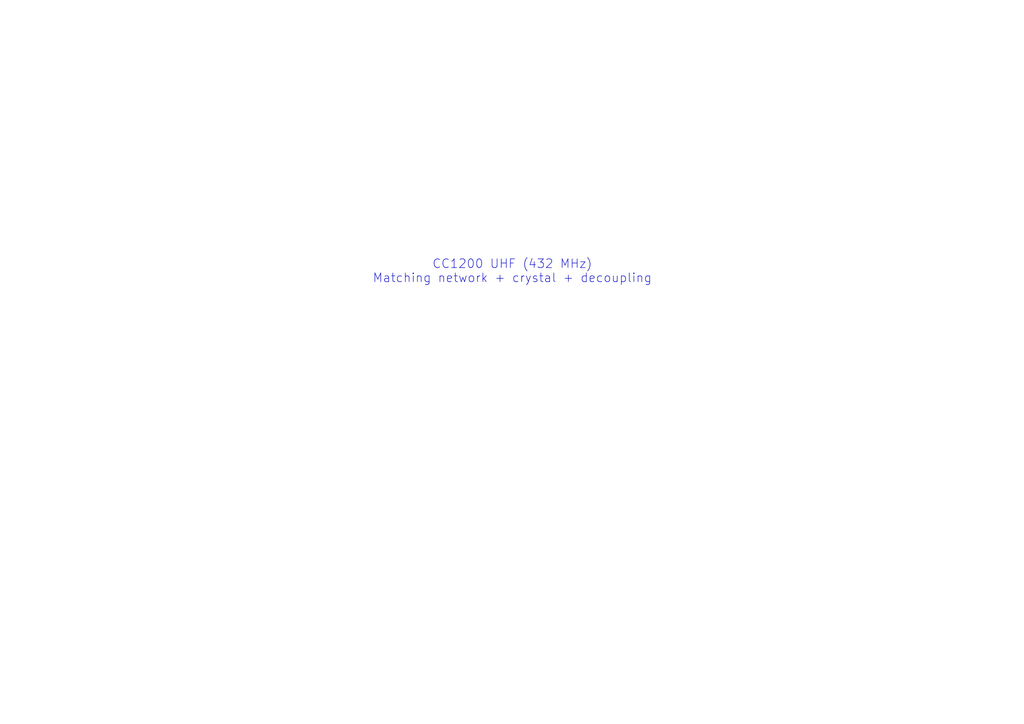
<source format=kicad_sch>
(kicad_sch
	(version 20250114)
	(generator "eeschema")
	(generator_version "9.0")
	(uuid "a0000003-0001-0000-0000-000000000001")
	(paper "A4")
	(lib_symbols)
	(text "CC1200 UHF (432 MHz)\nMatching network + crystal + decoupling"
		(exclude_from_sim no)
		(at 148.59 78.74 0)
		(effects
			(font
				(size 2.54 2.54)
			)
		)
	)
	(sheet_instances
		(path "/"
			(page "3")
		)
	)
)

</source>
